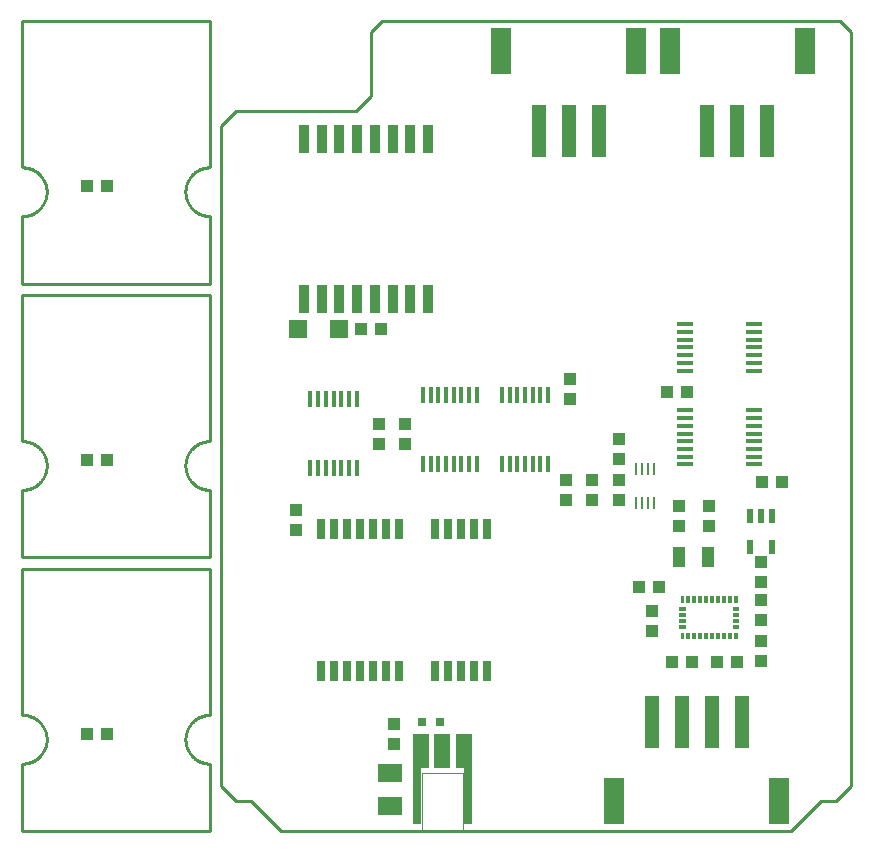
<source format=gtp>
G75*
%MOIN*%
%OFA0B0*%
%FSLAX25Y25*%
%IPPOS*%
%LPD*%
%AMOC8*
5,1,8,0,0,1.08239X$1,22.5*
%
%ADD10C,0.01000*%
%ADD11R,0.03937X0.04331*%
%ADD12R,0.05906X0.05906*%
%ADD13R,0.04331X0.03937*%
%ADD14R,0.03937X0.07087*%
%ADD15C,0.00236*%
%ADD16R,0.02165X0.04724*%
%ADD17R,0.03150X0.07087*%
%ADD18R,0.07874X0.06299*%
%ADD19R,0.03150X0.03150*%
%ADD20R,0.05800X0.01400*%
%ADD21C,0.00000*%
%ADD22R,0.05512X0.11713*%
%ADD23R,0.05748X0.11713*%
%ADD24R,0.02992X0.18504*%
%ADD25R,0.03543X0.09449*%
%ADD26R,0.07087X0.15354*%
%ADD27R,0.05118X0.17717*%
%ADD28R,0.01000X0.04200*%
%ADD29R,0.01400X0.05800*%
D10*
X0001500Y0005344D02*
X0001500Y0027844D01*
X0001698Y0027846D01*
X0001896Y0027854D01*
X0002093Y0027866D01*
X0002290Y0027883D01*
X0002487Y0027904D01*
X0002683Y0027931D01*
X0002878Y0027962D01*
X0003073Y0027998D01*
X0003267Y0028038D01*
X0003459Y0028084D01*
X0003651Y0028134D01*
X0003841Y0028188D01*
X0004030Y0028248D01*
X0004217Y0028312D01*
X0004403Y0028380D01*
X0004586Y0028453D01*
X0004769Y0028530D01*
X0004949Y0028612D01*
X0005127Y0028698D01*
X0005303Y0028789D01*
X0005477Y0028884D01*
X0005648Y0028983D01*
X0005817Y0029086D01*
X0005983Y0029193D01*
X0006147Y0029304D01*
X0006308Y0029419D01*
X0006466Y0029538D01*
X0006621Y0029661D01*
X0006773Y0029787D01*
X0006922Y0029918D01*
X0007068Y0030052D01*
X0007210Y0030189D01*
X0007349Y0030330D01*
X0007485Y0030474D01*
X0007617Y0030621D01*
X0007745Y0030772D01*
X0007870Y0030925D01*
X0007991Y0031082D01*
X0008108Y0031241D01*
X0008221Y0031404D01*
X0008330Y0031569D01*
X0008435Y0031736D01*
X0008536Y0031907D01*
X0008633Y0032079D01*
X0008726Y0032254D01*
X0008814Y0032431D01*
X0008898Y0032610D01*
X0008978Y0032791D01*
X0009053Y0032974D01*
X0009124Y0033159D01*
X0009190Y0033346D01*
X0009251Y0033534D01*
X0009308Y0033723D01*
X0009361Y0033914D01*
X0009409Y0034106D01*
X0009452Y0034299D01*
X0009490Y0034493D01*
X0009523Y0034688D01*
X0009552Y0034884D01*
X0009576Y0035080D01*
X0009596Y0035277D01*
X0009610Y0035475D01*
X0009620Y0035672D01*
X0009624Y0035870D01*
X0009624Y0036068D01*
X0009620Y0036266D01*
X0009610Y0036463D01*
X0009596Y0036661D01*
X0009576Y0036858D01*
X0009552Y0037054D01*
X0009523Y0037250D01*
X0009490Y0037445D01*
X0009452Y0037639D01*
X0009409Y0037832D01*
X0009361Y0038024D01*
X0009308Y0038215D01*
X0009251Y0038404D01*
X0009190Y0038592D01*
X0009124Y0038779D01*
X0009053Y0038964D01*
X0008978Y0039147D01*
X0008898Y0039328D01*
X0008814Y0039507D01*
X0008726Y0039684D01*
X0008633Y0039859D01*
X0008536Y0040032D01*
X0008435Y0040202D01*
X0008330Y0040369D01*
X0008221Y0040534D01*
X0008108Y0040697D01*
X0007991Y0040856D01*
X0007870Y0041013D01*
X0007745Y0041166D01*
X0007617Y0041317D01*
X0007485Y0041464D01*
X0007349Y0041608D01*
X0007210Y0041749D01*
X0007068Y0041886D01*
X0006922Y0042020D01*
X0006773Y0042151D01*
X0006621Y0042277D01*
X0006466Y0042400D01*
X0006308Y0042519D01*
X0006147Y0042634D01*
X0005983Y0042745D01*
X0005817Y0042852D01*
X0005648Y0042955D01*
X0005477Y0043054D01*
X0005303Y0043149D01*
X0005127Y0043240D01*
X0004949Y0043326D01*
X0004769Y0043408D01*
X0004586Y0043485D01*
X0004403Y0043558D01*
X0004217Y0043626D01*
X0004030Y0043690D01*
X0003841Y0043750D01*
X0003651Y0043804D01*
X0003459Y0043854D01*
X0003267Y0043900D01*
X0003073Y0043940D01*
X0002878Y0043976D01*
X0002683Y0044007D01*
X0002487Y0044034D01*
X0002290Y0044055D01*
X0002093Y0044072D01*
X0001896Y0044084D01*
X0001698Y0044092D01*
X0001500Y0044094D01*
X0001500Y0092844D01*
X0064000Y0092844D01*
X0064000Y0044094D01*
X0063802Y0044092D01*
X0063604Y0044084D01*
X0063407Y0044072D01*
X0063210Y0044055D01*
X0063013Y0044034D01*
X0062817Y0044007D01*
X0062622Y0043976D01*
X0062427Y0043940D01*
X0062233Y0043900D01*
X0062041Y0043854D01*
X0061849Y0043804D01*
X0061659Y0043750D01*
X0061470Y0043690D01*
X0061283Y0043626D01*
X0061097Y0043558D01*
X0060914Y0043485D01*
X0060731Y0043408D01*
X0060551Y0043326D01*
X0060373Y0043240D01*
X0060197Y0043149D01*
X0060023Y0043054D01*
X0059852Y0042955D01*
X0059683Y0042852D01*
X0059517Y0042745D01*
X0059353Y0042634D01*
X0059192Y0042519D01*
X0059034Y0042400D01*
X0058879Y0042277D01*
X0058727Y0042151D01*
X0058578Y0042020D01*
X0058432Y0041886D01*
X0058290Y0041749D01*
X0058151Y0041608D01*
X0058015Y0041464D01*
X0057883Y0041317D01*
X0057755Y0041166D01*
X0057630Y0041013D01*
X0057509Y0040856D01*
X0057392Y0040697D01*
X0057279Y0040534D01*
X0057170Y0040369D01*
X0057065Y0040202D01*
X0056964Y0040031D01*
X0056867Y0039859D01*
X0056774Y0039684D01*
X0056686Y0039507D01*
X0056602Y0039328D01*
X0056522Y0039147D01*
X0056447Y0038964D01*
X0056376Y0038779D01*
X0056310Y0038592D01*
X0056249Y0038404D01*
X0056192Y0038215D01*
X0056139Y0038024D01*
X0056091Y0037832D01*
X0056048Y0037639D01*
X0056010Y0037445D01*
X0055977Y0037250D01*
X0055948Y0037054D01*
X0055924Y0036858D01*
X0055904Y0036661D01*
X0055890Y0036463D01*
X0055880Y0036266D01*
X0055876Y0036068D01*
X0055876Y0035870D01*
X0055880Y0035672D01*
X0055890Y0035475D01*
X0055904Y0035277D01*
X0055924Y0035080D01*
X0055948Y0034884D01*
X0055977Y0034688D01*
X0056010Y0034493D01*
X0056048Y0034299D01*
X0056091Y0034106D01*
X0056139Y0033914D01*
X0056192Y0033723D01*
X0056249Y0033534D01*
X0056310Y0033346D01*
X0056376Y0033159D01*
X0056447Y0032974D01*
X0056522Y0032791D01*
X0056602Y0032610D01*
X0056686Y0032431D01*
X0056774Y0032254D01*
X0056867Y0032079D01*
X0056964Y0031906D01*
X0057065Y0031736D01*
X0057170Y0031569D01*
X0057279Y0031404D01*
X0057392Y0031241D01*
X0057509Y0031082D01*
X0057630Y0030925D01*
X0057755Y0030772D01*
X0057883Y0030621D01*
X0058015Y0030474D01*
X0058151Y0030330D01*
X0058290Y0030189D01*
X0058432Y0030052D01*
X0058578Y0029918D01*
X0058727Y0029787D01*
X0058879Y0029661D01*
X0059034Y0029538D01*
X0059192Y0029419D01*
X0059353Y0029304D01*
X0059517Y0029193D01*
X0059683Y0029086D01*
X0059852Y0028983D01*
X0060023Y0028884D01*
X0060197Y0028789D01*
X0060373Y0028698D01*
X0060551Y0028612D01*
X0060731Y0028530D01*
X0060914Y0028453D01*
X0061097Y0028380D01*
X0061283Y0028312D01*
X0061470Y0028248D01*
X0061659Y0028188D01*
X0061849Y0028134D01*
X0062041Y0028084D01*
X0062233Y0028038D01*
X0062427Y0027998D01*
X0062622Y0027962D01*
X0062817Y0027931D01*
X0063013Y0027904D01*
X0063210Y0027883D01*
X0063407Y0027866D01*
X0063604Y0027854D01*
X0063802Y0027846D01*
X0064000Y0027844D01*
X0064000Y0005344D01*
X0001500Y0005344D01*
X0067750Y0020344D02*
X0072750Y0015344D01*
X0077750Y0015344D01*
X0087750Y0005344D01*
X0257750Y0005344D01*
X0267750Y0015344D01*
X0272750Y0015344D01*
X0277750Y0020344D01*
X0277750Y0271594D01*
X0274000Y0275344D01*
X0121500Y0275344D01*
X0117750Y0271594D01*
X0117750Y0250344D01*
X0112750Y0245344D01*
X0072750Y0245344D01*
X0067750Y0240344D01*
X0067750Y0020344D01*
X0064000Y0096594D02*
X0001500Y0096594D01*
X0001500Y0119094D01*
X0001698Y0119096D01*
X0001896Y0119104D01*
X0002093Y0119116D01*
X0002290Y0119133D01*
X0002487Y0119154D01*
X0002683Y0119181D01*
X0002878Y0119212D01*
X0003073Y0119248D01*
X0003267Y0119288D01*
X0003459Y0119334D01*
X0003651Y0119384D01*
X0003841Y0119438D01*
X0004030Y0119498D01*
X0004217Y0119562D01*
X0004403Y0119630D01*
X0004586Y0119703D01*
X0004769Y0119780D01*
X0004949Y0119862D01*
X0005127Y0119948D01*
X0005303Y0120039D01*
X0005477Y0120134D01*
X0005648Y0120233D01*
X0005817Y0120336D01*
X0005983Y0120443D01*
X0006147Y0120554D01*
X0006308Y0120669D01*
X0006466Y0120788D01*
X0006621Y0120911D01*
X0006773Y0121037D01*
X0006922Y0121168D01*
X0007068Y0121302D01*
X0007210Y0121439D01*
X0007349Y0121580D01*
X0007485Y0121724D01*
X0007617Y0121871D01*
X0007745Y0122022D01*
X0007870Y0122175D01*
X0007991Y0122332D01*
X0008108Y0122491D01*
X0008221Y0122654D01*
X0008330Y0122819D01*
X0008435Y0122986D01*
X0008536Y0123157D01*
X0008633Y0123329D01*
X0008726Y0123504D01*
X0008814Y0123681D01*
X0008898Y0123860D01*
X0008978Y0124041D01*
X0009053Y0124224D01*
X0009124Y0124409D01*
X0009190Y0124596D01*
X0009251Y0124784D01*
X0009308Y0124973D01*
X0009361Y0125164D01*
X0009409Y0125356D01*
X0009452Y0125549D01*
X0009490Y0125743D01*
X0009523Y0125938D01*
X0009552Y0126134D01*
X0009576Y0126330D01*
X0009596Y0126527D01*
X0009610Y0126725D01*
X0009620Y0126922D01*
X0009624Y0127120D01*
X0009624Y0127318D01*
X0009620Y0127516D01*
X0009610Y0127713D01*
X0009596Y0127911D01*
X0009576Y0128108D01*
X0009552Y0128304D01*
X0009523Y0128500D01*
X0009490Y0128695D01*
X0009452Y0128889D01*
X0009409Y0129082D01*
X0009361Y0129274D01*
X0009308Y0129465D01*
X0009251Y0129654D01*
X0009190Y0129842D01*
X0009124Y0130029D01*
X0009053Y0130214D01*
X0008978Y0130397D01*
X0008898Y0130578D01*
X0008814Y0130757D01*
X0008726Y0130934D01*
X0008633Y0131109D01*
X0008536Y0131282D01*
X0008435Y0131452D01*
X0008330Y0131619D01*
X0008221Y0131784D01*
X0008108Y0131947D01*
X0007991Y0132106D01*
X0007870Y0132263D01*
X0007745Y0132416D01*
X0007617Y0132567D01*
X0007485Y0132714D01*
X0007349Y0132858D01*
X0007210Y0132999D01*
X0007068Y0133136D01*
X0006922Y0133270D01*
X0006773Y0133401D01*
X0006621Y0133527D01*
X0006466Y0133650D01*
X0006308Y0133769D01*
X0006147Y0133884D01*
X0005983Y0133995D01*
X0005817Y0134102D01*
X0005648Y0134205D01*
X0005477Y0134304D01*
X0005303Y0134399D01*
X0005127Y0134490D01*
X0004949Y0134576D01*
X0004769Y0134658D01*
X0004586Y0134735D01*
X0004403Y0134808D01*
X0004217Y0134876D01*
X0004030Y0134940D01*
X0003841Y0135000D01*
X0003651Y0135054D01*
X0003459Y0135104D01*
X0003267Y0135150D01*
X0003073Y0135190D01*
X0002878Y0135226D01*
X0002683Y0135257D01*
X0002487Y0135284D01*
X0002290Y0135305D01*
X0002093Y0135322D01*
X0001896Y0135334D01*
X0001698Y0135342D01*
X0001500Y0135344D01*
X0001500Y0184094D01*
X0064000Y0184094D01*
X0064000Y0135344D01*
X0063802Y0135342D01*
X0063604Y0135334D01*
X0063407Y0135322D01*
X0063210Y0135305D01*
X0063013Y0135284D01*
X0062817Y0135257D01*
X0062622Y0135226D01*
X0062427Y0135190D01*
X0062233Y0135150D01*
X0062041Y0135104D01*
X0061849Y0135054D01*
X0061659Y0135000D01*
X0061470Y0134940D01*
X0061283Y0134876D01*
X0061097Y0134808D01*
X0060914Y0134735D01*
X0060731Y0134658D01*
X0060551Y0134576D01*
X0060373Y0134490D01*
X0060197Y0134399D01*
X0060023Y0134304D01*
X0059852Y0134205D01*
X0059683Y0134102D01*
X0059517Y0133995D01*
X0059353Y0133884D01*
X0059192Y0133769D01*
X0059034Y0133650D01*
X0058879Y0133527D01*
X0058727Y0133401D01*
X0058578Y0133270D01*
X0058432Y0133136D01*
X0058290Y0132999D01*
X0058151Y0132858D01*
X0058015Y0132714D01*
X0057883Y0132567D01*
X0057755Y0132416D01*
X0057630Y0132263D01*
X0057509Y0132106D01*
X0057392Y0131947D01*
X0057279Y0131784D01*
X0057170Y0131619D01*
X0057065Y0131452D01*
X0056964Y0131282D01*
X0056867Y0131109D01*
X0056774Y0130934D01*
X0056686Y0130757D01*
X0056602Y0130578D01*
X0056522Y0130397D01*
X0056447Y0130214D01*
X0056376Y0130029D01*
X0056310Y0129842D01*
X0056249Y0129654D01*
X0056192Y0129465D01*
X0056139Y0129274D01*
X0056091Y0129082D01*
X0056048Y0128889D01*
X0056010Y0128695D01*
X0055977Y0128500D01*
X0055948Y0128304D01*
X0055924Y0128108D01*
X0055904Y0127911D01*
X0055890Y0127713D01*
X0055880Y0127516D01*
X0055876Y0127318D01*
X0055876Y0127120D01*
X0055880Y0126922D01*
X0055890Y0126725D01*
X0055904Y0126527D01*
X0055924Y0126330D01*
X0055948Y0126134D01*
X0055977Y0125938D01*
X0056010Y0125743D01*
X0056048Y0125549D01*
X0056091Y0125356D01*
X0056139Y0125164D01*
X0056192Y0124973D01*
X0056249Y0124784D01*
X0056310Y0124596D01*
X0056376Y0124409D01*
X0056447Y0124224D01*
X0056522Y0124041D01*
X0056602Y0123860D01*
X0056686Y0123681D01*
X0056774Y0123504D01*
X0056867Y0123329D01*
X0056964Y0123156D01*
X0057065Y0122986D01*
X0057170Y0122819D01*
X0057279Y0122654D01*
X0057392Y0122491D01*
X0057509Y0122332D01*
X0057630Y0122175D01*
X0057755Y0122022D01*
X0057883Y0121871D01*
X0058015Y0121724D01*
X0058151Y0121580D01*
X0058290Y0121439D01*
X0058432Y0121302D01*
X0058578Y0121168D01*
X0058727Y0121037D01*
X0058879Y0120911D01*
X0059034Y0120788D01*
X0059192Y0120669D01*
X0059353Y0120554D01*
X0059517Y0120443D01*
X0059683Y0120336D01*
X0059852Y0120233D01*
X0060023Y0120134D01*
X0060197Y0120039D01*
X0060373Y0119948D01*
X0060551Y0119862D01*
X0060731Y0119780D01*
X0060914Y0119703D01*
X0061097Y0119630D01*
X0061283Y0119562D01*
X0061470Y0119498D01*
X0061659Y0119438D01*
X0061849Y0119384D01*
X0062041Y0119334D01*
X0062233Y0119288D01*
X0062427Y0119248D01*
X0062622Y0119212D01*
X0062817Y0119181D01*
X0063013Y0119154D01*
X0063210Y0119133D01*
X0063407Y0119116D01*
X0063604Y0119104D01*
X0063802Y0119096D01*
X0064000Y0119094D01*
X0064000Y0096594D01*
X0064000Y0187844D02*
X0001500Y0187844D01*
X0001500Y0210344D01*
X0001698Y0210346D01*
X0001896Y0210354D01*
X0002093Y0210366D01*
X0002290Y0210383D01*
X0002487Y0210404D01*
X0002683Y0210431D01*
X0002878Y0210462D01*
X0003073Y0210498D01*
X0003267Y0210538D01*
X0003459Y0210584D01*
X0003651Y0210634D01*
X0003841Y0210688D01*
X0004030Y0210748D01*
X0004217Y0210812D01*
X0004403Y0210880D01*
X0004586Y0210953D01*
X0004769Y0211030D01*
X0004949Y0211112D01*
X0005127Y0211198D01*
X0005303Y0211289D01*
X0005477Y0211384D01*
X0005648Y0211483D01*
X0005817Y0211586D01*
X0005983Y0211693D01*
X0006147Y0211804D01*
X0006308Y0211919D01*
X0006466Y0212038D01*
X0006621Y0212161D01*
X0006773Y0212287D01*
X0006922Y0212418D01*
X0007068Y0212552D01*
X0007210Y0212689D01*
X0007349Y0212830D01*
X0007485Y0212974D01*
X0007617Y0213121D01*
X0007745Y0213272D01*
X0007870Y0213425D01*
X0007991Y0213582D01*
X0008108Y0213741D01*
X0008221Y0213904D01*
X0008330Y0214069D01*
X0008435Y0214236D01*
X0008536Y0214407D01*
X0008633Y0214579D01*
X0008726Y0214754D01*
X0008814Y0214931D01*
X0008898Y0215110D01*
X0008978Y0215291D01*
X0009053Y0215474D01*
X0009124Y0215659D01*
X0009190Y0215846D01*
X0009251Y0216034D01*
X0009308Y0216223D01*
X0009361Y0216414D01*
X0009409Y0216606D01*
X0009452Y0216799D01*
X0009490Y0216993D01*
X0009523Y0217188D01*
X0009552Y0217384D01*
X0009576Y0217580D01*
X0009596Y0217777D01*
X0009610Y0217975D01*
X0009620Y0218172D01*
X0009624Y0218370D01*
X0009624Y0218568D01*
X0009620Y0218766D01*
X0009610Y0218963D01*
X0009596Y0219161D01*
X0009576Y0219358D01*
X0009552Y0219554D01*
X0009523Y0219750D01*
X0009490Y0219945D01*
X0009452Y0220139D01*
X0009409Y0220332D01*
X0009361Y0220524D01*
X0009308Y0220715D01*
X0009251Y0220904D01*
X0009190Y0221092D01*
X0009124Y0221279D01*
X0009053Y0221464D01*
X0008978Y0221647D01*
X0008898Y0221828D01*
X0008814Y0222007D01*
X0008726Y0222184D01*
X0008633Y0222359D01*
X0008536Y0222532D01*
X0008435Y0222702D01*
X0008330Y0222869D01*
X0008221Y0223034D01*
X0008108Y0223197D01*
X0007991Y0223356D01*
X0007870Y0223513D01*
X0007745Y0223666D01*
X0007617Y0223817D01*
X0007485Y0223964D01*
X0007349Y0224108D01*
X0007210Y0224249D01*
X0007068Y0224386D01*
X0006922Y0224520D01*
X0006773Y0224651D01*
X0006621Y0224777D01*
X0006466Y0224900D01*
X0006308Y0225019D01*
X0006147Y0225134D01*
X0005983Y0225245D01*
X0005817Y0225352D01*
X0005648Y0225455D01*
X0005477Y0225554D01*
X0005303Y0225649D01*
X0005127Y0225740D01*
X0004949Y0225826D01*
X0004769Y0225908D01*
X0004586Y0225985D01*
X0004403Y0226058D01*
X0004217Y0226126D01*
X0004030Y0226190D01*
X0003841Y0226250D01*
X0003651Y0226304D01*
X0003459Y0226354D01*
X0003267Y0226400D01*
X0003073Y0226440D01*
X0002878Y0226476D01*
X0002683Y0226507D01*
X0002487Y0226534D01*
X0002290Y0226555D01*
X0002093Y0226572D01*
X0001896Y0226584D01*
X0001698Y0226592D01*
X0001500Y0226594D01*
X0001500Y0275344D01*
X0064000Y0275344D01*
X0064000Y0226594D01*
X0063802Y0226592D01*
X0063604Y0226584D01*
X0063407Y0226572D01*
X0063210Y0226555D01*
X0063013Y0226534D01*
X0062817Y0226507D01*
X0062622Y0226476D01*
X0062427Y0226440D01*
X0062233Y0226400D01*
X0062041Y0226354D01*
X0061849Y0226304D01*
X0061659Y0226250D01*
X0061470Y0226190D01*
X0061283Y0226126D01*
X0061097Y0226058D01*
X0060914Y0225985D01*
X0060731Y0225908D01*
X0060551Y0225826D01*
X0060373Y0225740D01*
X0060197Y0225649D01*
X0060023Y0225554D01*
X0059852Y0225455D01*
X0059683Y0225352D01*
X0059517Y0225245D01*
X0059353Y0225134D01*
X0059192Y0225019D01*
X0059034Y0224900D01*
X0058879Y0224777D01*
X0058727Y0224651D01*
X0058578Y0224520D01*
X0058432Y0224386D01*
X0058290Y0224249D01*
X0058151Y0224108D01*
X0058015Y0223964D01*
X0057883Y0223817D01*
X0057755Y0223666D01*
X0057630Y0223513D01*
X0057509Y0223356D01*
X0057392Y0223197D01*
X0057279Y0223034D01*
X0057170Y0222869D01*
X0057065Y0222702D01*
X0056964Y0222532D01*
X0056867Y0222359D01*
X0056774Y0222184D01*
X0056686Y0222007D01*
X0056602Y0221828D01*
X0056522Y0221647D01*
X0056447Y0221464D01*
X0056376Y0221279D01*
X0056310Y0221092D01*
X0056249Y0220904D01*
X0056192Y0220715D01*
X0056139Y0220524D01*
X0056091Y0220332D01*
X0056048Y0220139D01*
X0056010Y0219945D01*
X0055977Y0219750D01*
X0055948Y0219554D01*
X0055924Y0219358D01*
X0055904Y0219161D01*
X0055890Y0218963D01*
X0055880Y0218766D01*
X0055876Y0218568D01*
X0055876Y0218370D01*
X0055880Y0218172D01*
X0055890Y0217975D01*
X0055904Y0217777D01*
X0055924Y0217580D01*
X0055948Y0217384D01*
X0055977Y0217188D01*
X0056010Y0216993D01*
X0056048Y0216799D01*
X0056091Y0216606D01*
X0056139Y0216414D01*
X0056192Y0216223D01*
X0056249Y0216034D01*
X0056310Y0215846D01*
X0056376Y0215659D01*
X0056447Y0215474D01*
X0056522Y0215291D01*
X0056602Y0215110D01*
X0056686Y0214931D01*
X0056774Y0214754D01*
X0056867Y0214579D01*
X0056964Y0214406D01*
X0057065Y0214236D01*
X0057170Y0214069D01*
X0057279Y0213904D01*
X0057392Y0213741D01*
X0057509Y0213582D01*
X0057630Y0213425D01*
X0057755Y0213272D01*
X0057883Y0213121D01*
X0058015Y0212974D01*
X0058151Y0212830D01*
X0058290Y0212689D01*
X0058432Y0212552D01*
X0058578Y0212418D01*
X0058727Y0212287D01*
X0058879Y0212161D01*
X0059034Y0212038D01*
X0059192Y0211919D01*
X0059353Y0211804D01*
X0059517Y0211693D01*
X0059683Y0211586D01*
X0059852Y0211483D01*
X0060023Y0211384D01*
X0060197Y0211289D01*
X0060373Y0211198D01*
X0060551Y0211112D01*
X0060731Y0211030D01*
X0060914Y0210953D01*
X0061097Y0210880D01*
X0061283Y0210812D01*
X0061470Y0210748D01*
X0061659Y0210688D01*
X0061849Y0210634D01*
X0062041Y0210584D01*
X0062233Y0210538D01*
X0062427Y0210498D01*
X0062622Y0210462D01*
X0062817Y0210431D01*
X0063013Y0210404D01*
X0063210Y0210383D01*
X0063407Y0210366D01*
X0063604Y0210354D01*
X0063802Y0210346D01*
X0064000Y0210344D01*
X0064000Y0187844D01*
D11*
X0114404Y0172844D03*
X0121096Y0172844D03*
X0120250Y0141191D03*
X0120250Y0134498D03*
X0129000Y0134498D03*
X0129000Y0141191D03*
X0092750Y0112441D03*
X0092750Y0105748D03*
X0125250Y0041191D03*
X0125250Y0034498D03*
X0220250Y0106998D03*
X0220250Y0113691D03*
X0230250Y0113691D03*
X0230250Y0106998D03*
X0200250Y0129498D03*
X0200250Y0136191D03*
X0184000Y0149498D03*
X0184000Y0156191D03*
X0233154Y0061594D03*
X0239846Y0061594D03*
D12*
X0107140Y0172844D03*
X0093360Y0172844D03*
D13*
X0029846Y0129094D03*
X0023154Y0129094D03*
X0023154Y0037844D03*
X0029846Y0037844D03*
X0182750Y0115748D03*
X0182750Y0122441D03*
X0191500Y0122441D03*
X0191500Y0115748D03*
X0200250Y0115748D03*
X0200250Y0122441D03*
X0216279Y0151594D03*
X0222971Y0151594D03*
X0248154Y0121594D03*
X0254846Y0121594D03*
X0247750Y0094941D03*
X0247750Y0088248D03*
X0247750Y0082441D03*
X0247750Y0075748D03*
X0247750Y0068691D03*
X0247750Y0061998D03*
X0224846Y0061594D03*
X0218154Y0061594D03*
X0211500Y0071998D03*
X0211500Y0078691D03*
X0213596Y0086594D03*
X0206904Y0086594D03*
X0029846Y0220344D03*
X0023154Y0220344D03*
D14*
X0220250Y0096594D03*
X0230093Y0096594D03*
D15*
X0229738Y0081870D02*
X0228794Y0081870D01*
X0228794Y0083602D01*
X0229738Y0083602D01*
X0229738Y0081870D01*
X0229738Y0082105D02*
X0228794Y0082105D01*
X0228794Y0082340D02*
X0229738Y0082340D01*
X0229738Y0082575D02*
X0228794Y0082575D01*
X0228794Y0082810D02*
X0229738Y0082810D01*
X0229738Y0083045D02*
X0228794Y0083045D01*
X0228794Y0083280D02*
X0229738Y0083280D01*
X0229738Y0083515D02*
X0228794Y0083515D01*
X0227769Y0081870D02*
X0226825Y0081870D01*
X0226825Y0083602D01*
X0227769Y0083602D01*
X0227769Y0081870D01*
X0227769Y0082105D02*
X0226825Y0082105D01*
X0226825Y0082340D02*
X0227769Y0082340D01*
X0227769Y0082575D02*
X0226825Y0082575D01*
X0226825Y0082810D02*
X0227769Y0082810D01*
X0227769Y0083045D02*
X0226825Y0083045D01*
X0226825Y0083280D02*
X0227769Y0083280D01*
X0227769Y0083515D02*
X0226825Y0083515D01*
X0225801Y0081870D02*
X0224857Y0081870D01*
X0224857Y0083602D01*
X0225801Y0083602D01*
X0225801Y0081870D01*
X0225801Y0082105D02*
X0224857Y0082105D01*
X0224857Y0082340D02*
X0225801Y0082340D01*
X0225801Y0082575D02*
X0224857Y0082575D01*
X0224857Y0082810D02*
X0225801Y0082810D01*
X0225801Y0083045D02*
X0224857Y0083045D01*
X0224857Y0083280D02*
X0225801Y0083280D01*
X0225801Y0083515D02*
X0224857Y0083515D01*
X0223832Y0081870D02*
X0222888Y0081870D01*
X0222888Y0083602D01*
X0223832Y0083602D01*
X0223832Y0081870D01*
X0223832Y0082105D02*
X0222888Y0082105D01*
X0222888Y0082340D02*
X0223832Y0082340D01*
X0223832Y0082575D02*
X0222888Y0082575D01*
X0222888Y0082810D02*
X0223832Y0082810D01*
X0223832Y0083045D02*
X0222888Y0083045D01*
X0222888Y0083280D02*
X0223832Y0083280D01*
X0223832Y0083515D02*
X0222888Y0083515D01*
X0221864Y0081870D02*
X0220920Y0081870D01*
X0220920Y0083602D01*
X0221864Y0083602D01*
X0221864Y0081870D01*
X0221864Y0082105D02*
X0220920Y0082105D01*
X0220920Y0082340D02*
X0221864Y0082340D01*
X0221864Y0082575D02*
X0220920Y0082575D01*
X0220920Y0082810D02*
X0221864Y0082810D01*
X0221864Y0083045D02*
X0220920Y0083045D01*
X0220920Y0083280D02*
X0221864Y0083280D01*
X0221864Y0083515D02*
X0220920Y0083515D01*
X0222258Y0080019D02*
X0222258Y0079075D01*
X0220526Y0079075D01*
X0220526Y0080019D01*
X0222258Y0080019D01*
X0222258Y0079310D02*
X0220526Y0079310D01*
X0220526Y0079545D02*
X0222258Y0079545D01*
X0222258Y0079780D02*
X0220526Y0079780D01*
X0220526Y0080015D02*
X0222258Y0080015D01*
X0222258Y0078051D02*
X0222258Y0077107D01*
X0220526Y0077107D01*
X0220526Y0078051D01*
X0222258Y0078051D01*
X0222258Y0077342D02*
X0220526Y0077342D01*
X0220526Y0077577D02*
X0222258Y0077577D01*
X0222258Y0077812D02*
X0220526Y0077812D01*
X0220526Y0078047D02*
X0222258Y0078047D01*
X0222258Y0076082D02*
X0222258Y0075138D01*
X0220526Y0075138D01*
X0220526Y0076082D01*
X0222258Y0076082D01*
X0222258Y0075373D02*
X0220526Y0075373D01*
X0220526Y0075608D02*
X0222258Y0075608D01*
X0222258Y0075843D02*
X0220526Y0075843D01*
X0220526Y0076078D02*
X0222258Y0076078D01*
X0222258Y0074114D02*
X0222258Y0073170D01*
X0220526Y0073170D01*
X0220526Y0074114D01*
X0222258Y0074114D01*
X0222258Y0073405D02*
X0220526Y0073405D01*
X0220526Y0073640D02*
X0222258Y0073640D01*
X0222258Y0073875D02*
X0220526Y0073875D01*
X0220526Y0074110D02*
X0222258Y0074110D01*
X0221864Y0069587D02*
X0220920Y0069587D01*
X0220920Y0071319D01*
X0221864Y0071319D01*
X0221864Y0069587D01*
X0221864Y0069822D02*
X0220920Y0069822D01*
X0220920Y0070057D02*
X0221864Y0070057D01*
X0221864Y0070292D02*
X0220920Y0070292D01*
X0220920Y0070527D02*
X0221864Y0070527D01*
X0221864Y0070762D02*
X0220920Y0070762D01*
X0220920Y0070997D02*
X0221864Y0070997D01*
X0221864Y0071232D02*
X0220920Y0071232D01*
X0222888Y0069587D02*
X0223832Y0069587D01*
X0222888Y0069587D02*
X0222888Y0071319D01*
X0223832Y0071319D01*
X0223832Y0069587D01*
X0223832Y0069822D02*
X0222888Y0069822D01*
X0222888Y0070057D02*
X0223832Y0070057D01*
X0223832Y0070292D02*
X0222888Y0070292D01*
X0222888Y0070527D02*
X0223832Y0070527D01*
X0223832Y0070762D02*
X0222888Y0070762D01*
X0222888Y0070997D02*
X0223832Y0070997D01*
X0223832Y0071232D02*
X0222888Y0071232D01*
X0224857Y0069587D02*
X0225801Y0069587D01*
X0224857Y0069587D02*
X0224857Y0071319D01*
X0225801Y0071319D01*
X0225801Y0069587D01*
X0225801Y0069822D02*
X0224857Y0069822D01*
X0224857Y0070057D02*
X0225801Y0070057D01*
X0225801Y0070292D02*
X0224857Y0070292D01*
X0224857Y0070527D02*
X0225801Y0070527D01*
X0225801Y0070762D02*
X0224857Y0070762D01*
X0224857Y0070997D02*
X0225801Y0070997D01*
X0225801Y0071232D02*
X0224857Y0071232D01*
X0226825Y0069587D02*
X0227769Y0069587D01*
X0226825Y0069587D02*
X0226825Y0071319D01*
X0227769Y0071319D01*
X0227769Y0069587D01*
X0227769Y0069822D02*
X0226825Y0069822D01*
X0226825Y0070057D02*
X0227769Y0070057D01*
X0227769Y0070292D02*
X0226825Y0070292D01*
X0226825Y0070527D02*
X0227769Y0070527D01*
X0227769Y0070762D02*
X0226825Y0070762D01*
X0226825Y0070997D02*
X0227769Y0070997D01*
X0227769Y0071232D02*
X0226825Y0071232D01*
X0228794Y0069587D02*
X0229738Y0069587D01*
X0228794Y0069587D02*
X0228794Y0071319D01*
X0229738Y0071319D01*
X0229738Y0069587D01*
X0229738Y0069822D02*
X0228794Y0069822D01*
X0228794Y0070057D02*
X0229738Y0070057D01*
X0229738Y0070292D02*
X0228794Y0070292D01*
X0228794Y0070527D02*
X0229738Y0070527D01*
X0229738Y0070762D02*
X0228794Y0070762D01*
X0228794Y0070997D02*
X0229738Y0070997D01*
X0229738Y0071232D02*
X0228794Y0071232D01*
X0230762Y0069587D02*
X0231706Y0069587D01*
X0230762Y0069587D02*
X0230762Y0071319D01*
X0231706Y0071319D01*
X0231706Y0069587D01*
X0231706Y0069822D02*
X0230762Y0069822D01*
X0230762Y0070057D02*
X0231706Y0070057D01*
X0231706Y0070292D02*
X0230762Y0070292D01*
X0230762Y0070527D02*
X0231706Y0070527D01*
X0231706Y0070762D02*
X0230762Y0070762D01*
X0230762Y0070997D02*
X0231706Y0070997D01*
X0231706Y0071232D02*
X0230762Y0071232D01*
X0232731Y0069587D02*
X0233675Y0069587D01*
X0232731Y0069587D02*
X0232731Y0071319D01*
X0233675Y0071319D01*
X0233675Y0069587D01*
X0233675Y0069822D02*
X0232731Y0069822D01*
X0232731Y0070057D02*
X0233675Y0070057D01*
X0233675Y0070292D02*
X0232731Y0070292D01*
X0232731Y0070527D02*
X0233675Y0070527D01*
X0233675Y0070762D02*
X0232731Y0070762D01*
X0232731Y0070997D02*
X0233675Y0070997D01*
X0233675Y0071232D02*
X0232731Y0071232D01*
X0234699Y0069587D02*
X0235643Y0069587D01*
X0234699Y0069587D02*
X0234699Y0071319D01*
X0235643Y0071319D01*
X0235643Y0069587D01*
X0235643Y0069822D02*
X0234699Y0069822D01*
X0234699Y0070057D02*
X0235643Y0070057D01*
X0235643Y0070292D02*
X0234699Y0070292D01*
X0234699Y0070527D02*
X0235643Y0070527D01*
X0235643Y0070762D02*
X0234699Y0070762D01*
X0234699Y0070997D02*
X0235643Y0070997D01*
X0235643Y0071232D02*
X0234699Y0071232D01*
X0236668Y0069587D02*
X0237612Y0069587D01*
X0236668Y0069587D02*
X0236668Y0071319D01*
X0237612Y0071319D01*
X0237612Y0069587D01*
X0237612Y0069822D02*
X0236668Y0069822D01*
X0236668Y0070057D02*
X0237612Y0070057D01*
X0237612Y0070292D02*
X0236668Y0070292D01*
X0236668Y0070527D02*
X0237612Y0070527D01*
X0237612Y0070762D02*
X0236668Y0070762D01*
X0236668Y0070997D02*
X0237612Y0070997D01*
X0237612Y0071232D02*
X0236668Y0071232D01*
X0238636Y0069587D02*
X0239580Y0069587D01*
X0238636Y0069587D02*
X0238636Y0071319D01*
X0239580Y0071319D01*
X0239580Y0069587D01*
X0239580Y0069822D02*
X0238636Y0069822D01*
X0238636Y0070057D02*
X0239580Y0070057D01*
X0239580Y0070292D02*
X0238636Y0070292D01*
X0238636Y0070527D02*
X0239580Y0070527D01*
X0239580Y0070762D02*
X0238636Y0070762D01*
X0238636Y0070997D02*
X0239580Y0070997D01*
X0239580Y0071232D02*
X0238636Y0071232D01*
X0239974Y0073170D02*
X0239974Y0074114D01*
X0239974Y0073170D02*
X0238242Y0073170D01*
X0238242Y0074114D01*
X0239974Y0074114D01*
X0239974Y0073405D02*
X0238242Y0073405D01*
X0238242Y0073640D02*
X0239974Y0073640D01*
X0239974Y0073875D02*
X0238242Y0073875D01*
X0238242Y0074110D02*
X0239974Y0074110D01*
X0239974Y0075138D02*
X0239974Y0076082D01*
X0239974Y0075138D02*
X0238242Y0075138D01*
X0238242Y0076082D01*
X0239974Y0076082D01*
X0239974Y0075373D02*
X0238242Y0075373D01*
X0238242Y0075608D02*
X0239974Y0075608D01*
X0239974Y0075843D02*
X0238242Y0075843D01*
X0238242Y0076078D02*
X0239974Y0076078D01*
X0239974Y0077107D02*
X0239974Y0078051D01*
X0239974Y0077107D02*
X0238242Y0077107D01*
X0238242Y0078051D01*
X0239974Y0078051D01*
X0239974Y0077342D02*
X0238242Y0077342D01*
X0238242Y0077577D02*
X0239974Y0077577D01*
X0239974Y0077812D02*
X0238242Y0077812D01*
X0238242Y0078047D02*
X0239974Y0078047D01*
X0239974Y0079075D02*
X0239974Y0080019D01*
X0239974Y0079075D02*
X0238242Y0079075D01*
X0238242Y0080019D01*
X0239974Y0080019D01*
X0239974Y0079310D02*
X0238242Y0079310D01*
X0238242Y0079545D02*
X0239974Y0079545D01*
X0239974Y0079780D02*
X0238242Y0079780D01*
X0238242Y0080015D02*
X0239974Y0080015D01*
X0239580Y0081870D02*
X0238636Y0081870D01*
X0238636Y0083602D01*
X0239580Y0083602D01*
X0239580Y0081870D01*
X0239580Y0082105D02*
X0238636Y0082105D01*
X0238636Y0082340D02*
X0239580Y0082340D01*
X0239580Y0082575D02*
X0238636Y0082575D01*
X0238636Y0082810D02*
X0239580Y0082810D01*
X0239580Y0083045D02*
X0238636Y0083045D01*
X0238636Y0083280D02*
X0239580Y0083280D01*
X0239580Y0083515D02*
X0238636Y0083515D01*
X0237612Y0081870D02*
X0236668Y0081870D01*
X0236668Y0083602D01*
X0237612Y0083602D01*
X0237612Y0081870D01*
X0237612Y0082105D02*
X0236668Y0082105D01*
X0236668Y0082340D02*
X0237612Y0082340D01*
X0237612Y0082575D02*
X0236668Y0082575D01*
X0236668Y0082810D02*
X0237612Y0082810D01*
X0237612Y0083045D02*
X0236668Y0083045D01*
X0236668Y0083280D02*
X0237612Y0083280D01*
X0237612Y0083515D02*
X0236668Y0083515D01*
X0235643Y0081870D02*
X0234699Y0081870D01*
X0234699Y0083602D01*
X0235643Y0083602D01*
X0235643Y0081870D01*
X0235643Y0082105D02*
X0234699Y0082105D01*
X0234699Y0082340D02*
X0235643Y0082340D01*
X0235643Y0082575D02*
X0234699Y0082575D01*
X0234699Y0082810D02*
X0235643Y0082810D01*
X0235643Y0083045D02*
X0234699Y0083045D01*
X0234699Y0083280D02*
X0235643Y0083280D01*
X0235643Y0083515D02*
X0234699Y0083515D01*
X0233675Y0081870D02*
X0232731Y0081870D01*
X0232731Y0083602D01*
X0233675Y0083602D01*
X0233675Y0081870D01*
X0233675Y0082105D02*
X0232731Y0082105D01*
X0232731Y0082340D02*
X0233675Y0082340D01*
X0233675Y0082575D02*
X0232731Y0082575D01*
X0232731Y0082810D02*
X0233675Y0082810D01*
X0233675Y0083045D02*
X0232731Y0083045D01*
X0232731Y0083280D02*
X0233675Y0083280D01*
X0233675Y0083515D02*
X0232731Y0083515D01*
X0231706Y0081870D02*
X0230762Y0081870D01*
X0230762Y0083602D01*
X0231706Y0083602D01*
X0231706Y0081870D01*
X0231706Y0082105D02*
X0230762Y0082105D01*
X0230762Y0082340D02*
X0231706Y0082340D01*
X0231706Y0082575D02*
X0230762Y0082575D01*
X0230762Y0082810D02*
X0231706Y0082810D01*
X0231706Y0083045D02*
X0230762Y0083045D01*
X0230762Y0083280D02*
X0231706Y0083280D01*
X0231706Y0083515D02*
X0230762Y0083515D01*
D16*
X0244010Y0100226D03*
X0251490Y0100226D03*
X0251490Y0110463D03*
X0247750Y0110463D03*
X0244010Y0110463D03*
D17*
X0156234Y0106142D03*
X0151904Y0106142D03*
X0147573Y0106142D03*
X0143242Y0106142D03*
X0138911Y0106142D03*
X0127100Y0106142D03*
X0122770Y0106142D03*
X0118439Y0106142D03*
X0114108Y0106142D03*
X0109778Y0106142D03*
X0105447Y0106142D03*
X0101116Y0106142D03*
X0101116Y0058898D03*
X0105447Y0058898D03*
X0109778Y0058898D03*
X0114108Y0058898D03*
X0118439Y0058898D03*
X0122770Y0058898D03*
X0127100Y0058898D03*
X0138911Y0058898D03*
X0143242Y0058898D03*
X0147573Y0058898D03*
X0151904Y0058898D03*
X0156234Y0058898D03*
D18*
X0124000Y0024606D03*
X0124000Y0013583D03*
D19*
X0134750Y0041594D03*
X0140750Y0041594D03*
D20*
X0222500Y0127594D03*
X0222500Y0130194D03*
X0222500Y0132794D03*
X0222500Y0135294D03*
X0222500Y0137894D03*
X0222500Y0140394D03*
X0222500Y0142994D03*
X0222500Y0145594D03*
X0222500Y0158894D03*
X0222500Y0161494D03*
X0222500Y0163994D03*
X0222500Y0166594D03*
X0222500Y0169194D03*
X0222500Y0171694D03*
X0222500Y0174294D03*
X0245500Y0174294D03*
X0245500Y0171694D03*
X0245500Y0169194D03*
X0245500Y0166594D03*
X0245500Y0163994D03*
X0245500Y0161494D03*
X0245500Y0158894D03*
X0245500Y0145594D03*
X0245500Y0142994D03*
X0245500Y0140394D03*
X0245500Y0137894D03*
X0245500Y0135294D03*
X0245500Y0132794D03*
X0245500Y0130194D03*
X0245500Y0127594D03*
D21*
X0148242Y0024724D02*
X0134758Y0024724D01*
X0134758Y0005477D01*
X0148242Y0005477D02*
X0148242Y0024724D01*
D22*
X0141500Y0032057D03*
D23*
X0134364Y0032008D03*
X0148636Y0031959D03*
D24*
X0150014Y0017096D03*
X0132986Y0017096D03*
D25*
X0130811Y0182785D03*
X0124906Y0182785D03*
X0119000Y0182785D03*
X0113094Y0182785D03*
X0107189Y0182785D03*
X0101283Y0182785D03*
X0095378Y0182785D03*
X0136717Y0182785D03*
X0136717Y0235935D03*
X0130811Y0235935D03*
X0124906Y0235935D03*
X0119000Y0235935D03*
X0113094Y0235935D03*
X0107189Y0235935D03*
X0101283Y0235935D03*
X0095378Y0235935D03*
D26*
X0161125Y0265344D03*
X0206125Y0265344D03*
X0217375Y0265344D03*
X0262375Y0265344D03*
X0253750Y0015344D03*
X0198750Y0015344D03*
D27*
X0211250Y0041844D03*
X0221250Y0041844D03*
X0231250Y0041844D03*
X0241250Y0041844D03*
X0239875Y0238844D03*
X0229875Y0238844D03*
X0249875Y0238844D03*
X0193625Y0238844D03*
X0183625Y0238844D03*
X0173625Y0238844D03*
D28*
X0206000Y0125944D03*
X0208000Y0125944D03*
X0210000Y0125944D03*
X0212000Y0125944D03*
X0212000Y0114744D03*
X0210000Y0114744D03*
X0208000Y0114744D03*
X0206000Y0114744D03*
D29*
X0176700Y0127594D03*
X0174100Y0127594D03*
X0171600Y0127594D03*
X0169000Y0127594D03*
X0166400Y0127594D03*
X0163900Y0127594D03*
X0161300Y0127594D03*
X0153000Y0127594D03*
X0150400Y0127594D03*
X0147800Y0127594D03*
X0145300Y0127594D03*
X0142700Y0127594D03*
X0140200Y0127594D03*
X0137600Y0127594D03*
X0135000Y0127594D03*
X0112950Y0126344D03*
X0110350Y0126344D03*
X0107850Y0126344D03*
X0105250Y0126344D03*
X0102650Y0126344D03*
X0100150Y0126344D03*
X0097550Y0126344D03*
X0097550Y0149344D03*
X0100150Y0149344D03*
X0102650Y0149344D03*
X0105250Y0149344D03*
X0107850Y0149344D03*
X0110350Y0149344D03*
X0112950Y0149344D03*
X0135000Y0150594D03*
X0137600Y0150594D03*
X0140200Y0150594D03*
X0142700Y0150594D03*
X0145300Y0150594D03*
X0147800Y0150594D03*
X0150400Y0150594D03*
X0153000Y0150594D03*
X0161300Y0150594D03*
X0163900Y0150594D03*
X0166400Y0150594D03*
X0169000Y0150594D03*
X0171600Y0150594D03*
X0174100Y0150594D03*
X0176700Y0150594D03*
M02*

</source>
